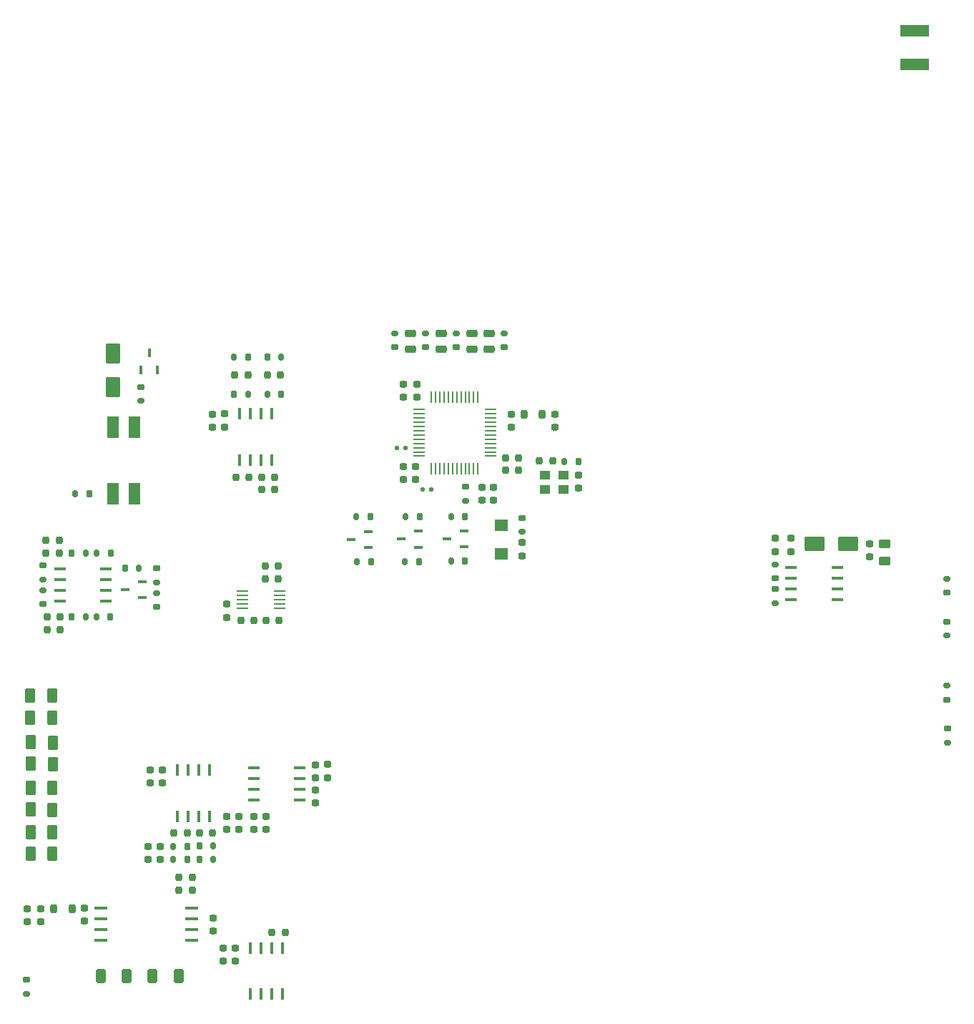
<source format=gbr>
%TF.GenerationSoftware,KiCad,Pcbnew,8.0.4*%
%TF.CreationDate,2024-10-07T12:26:18+07:00*%
%TF.ProjectId,PFC & LLC,50464320-2620-44c4-9c43-2e6b69636164,rev?*%
%TF.SameCoordinates,Original*%
%TF.FileFunction,Paste,Top*%
%TF.FilePolarity,Positive*%
%FSLAX46Y46*%
G04 Gerber Fmt 4.6, Leading zero omitted, Abs format (unit mm)*
G04 Created by KiCad (PCBNEW 8.0.4) date 2024-10-07 12:26:18*
%MOMM*%
%LPD*%
G01*
G04 APERTURE LIST*
G04 Aperture macros list*
%AMRoundRect*
0 Rectangle with rounded corners*
0 $1 Rounding radius*
0 $2 $3 $4 $5 $6 $7 $8 $9 X,Y pos of 4 corners*
0 Add a 4 corners polygon primitive as box body*
4,1,4,$2,$3,$4,$5,$6,$7,$8,$9,$2,$3,0*
0 Add four circle primitives for the rounded corners*
1,1,$1+$1,$2,$3*
1,1,$1+$1,$4,$5*
1,1,$1+$1,$6,$7*
1,1,$1+$1,$8,$9*
0 Add four rect primitives between the rounded corners*
20,1,$1+$1,$2,$3,$4,$5,0*
20,1,$1+$1,$4,$5,$6,$7,0*
20,1,$1+$1,$6,$7,$8,$9,0*
20,1,$1+$1,$8,$9,$2,$3,0*%
G04 Aperture macros list end*
%ADD10RoundRect,0.228383X0.445817X-0.308317X0.445817X0.308317X-0.445817X0.308317X-0.445817X-0.308317X0*%
%ADD11RoundRect,0.199600X0.224600X-0.199600X0.224600X0.199600X-0.224600X0.199600X-0.224600X-0.199600X0*%
%ADD12R,1.598400X1.398400*%
%ADD13RoundRect,0.199600X-0.199600X-0.224600X0.199600X-0.224600X0.199600X0.224600X-0.199600X0.224600X0*%
%ADD14R,1.066800X0.431800*%
%ADD15RoundRect,0.199600X-0.224600X0.199600X-0.224600X-0.199600X0.224600X-0.199600X0.224600X0.199600X0*%
%ADD16RoundRect,0.199600X0.199600X0.224600X-0.199600X0.224600X-0.199600X-0.224600X0.199600X-0.224600X0*%
%ADD17RoundRect,0.170600X0.244100X-0.170600X0.244100X0.170600X-0.244100X0.170600X-0.244100X-0.170600X0*%
%ADD18RoundRect,0.174600X0.249600X-0.174600X0.249600X0.174600X-0.249600X0.174600X-0.249600X-0.174600X0*%
%ADD19RoundRect,0.109600X-0.109600X-0.159600X0.109600X-0.159600X0.109600X0.159600X-0.109600X0.159600X0*%
%ADD20RoundRect,0.218350X-0.430850X0.218350X-0.430850X-0.218350X0.430850X-0.218350X0.430850X0.218350X0*%
%ADD21RoundRect,0.170600X-0.170600X-0.244100X0.170600X-0.244100X0.170600X0.244100X-0.170600X0.244100X0*%
%ADD22RoundRect,0.174600X-0.174600X-0.249600X0.174600X-0.249600X0.174600X0.249600X-0.174600X0.249600X0*%
%ADD23R,1.600200X0.457200*%
%ADD24R,3.408400X1.468400*%
%ADD25RoundRect,0.235889X0.613311X-0.963311X0.613311X0.963311X-0.613311X0.963311X-0.613311X-0.963311X0*%
%ADD26RoundRect,0.207128X0.402072X-0.647072X0.402072X0.647072X-0.402072X0.647072X-0.402072X-0.647072X0*%
%ADD27RoundRect,0.170600X-0.244100X0.170600X-0.244100X-0.170600X0.244100X-0.170600X0.244100X0.170600X0*%
%ADD28RoundRect,0.174600X-0.249600X0.174600X-0.249600X-0.174600X0.249600X-0.174600X0.249600X0.174600X0*%
%ADD29RoundRect,0.207128X-0.402072X0.647072X-0.402072X-0.647072X0.402072X-0.647072X0.402072X0.647072X0*%
%ADD30RoundRect,0.170600X0.170600X0.244100X-0.170600X0.244100X-0.170600X-0.244100X0.170600X-0.244100X0*%
%ADD31RoundRect,0.174600X0.174600X0.249600X-0.174600X0.249600X-0.174600X-0.249600X0.174600X-0.249600X0*%
%ADD32RoundRect,0.193350X0.193350X0.355850X-0.193350X0.355850X-0.193350X-0.355850X0.193350X-0.355850X0*%
%ADD33R,1.398400X2.648400*%
%ADD34RoundRect,0.230462X-0.368738X-0.593738X0.368738X-0.593738X0.368738X0.593738X-0.368738X0.593738X0*%
%ADD35R,1.298400X1.098400*%
%ADD36R,1.358900X0.431800*%
%ADD37R,0.431800X1.358900*%
%ADD38R,1.371600X0.177800*%
%ADD39R,0.177800X1.371600*%
%ADD40RoundRect,0.235889X0.963311X0.613311X-0.963311X0.613311X-0.963311X-0.613311X0.963311X-0.613311X0*%
%ADD41R,0.431800X1.066800*%
%ADD42RoundRect,0.049600X-0.624600X-0.049600X0.624600X-0.049600X0.624600X0.049600X-0.624600X0.049600X0*%
G04 APERTURE END LIST*
D10*
%TO.C,C35*%
X137337800Y-99908800D03*
X137337800Y-97833800D03*
%TD*%
D11*
%TO.C,C37*%
X42595800Y-142500000D03*
X42595800Y-140950000D03*
%TD*%
D12*
%TO.C,RESET*%
X91972400Y-95638800D03*
X91972400Y-99038800D03*
%TD*%
D13*
%TO.C,C95*%
X38169550Y-107993800D03*
X39719550Y-107993800D03*
%TD*%
D14*
%TO.C,Q6*%
X82105200Y-98250401D03*
X82105200Y-96350399D03*
X80073200Y-97300400D03*
%TD*%
D15*
%TO.C,C58*%
X69951600Y-123982800D03*
X69951600Y-125532800D03*
%TD*%
D16*
%TO.C,C63*%
X65570400Y-101974000D03*
X64020400Y-101974000D03*
%TD*%
D17*
%TO.C,R27*%
X144756400Y-121379600D03*
D18*
X144756400Y-119729600D03*
%TD*%
D11*
%TO.C,C99*%
X89636600Y-92716000D03*
X89636600Y-91166000D03*
%TD*%
D19*
%TO.C,R57*%
X79627000Y-86477399D03*
X80647000Y-86477399D03*
%TD*%
D11*
%TO.C,C100*%
X91052200Y-92716000D03*
X91052200Y-91166000D03*
%TD*%
%TO.C,C55*%
X60858400Y-131628800D03*
X60858400Y-130078800D03*
%TD*%
D16*
%TO.C,C67*%
X62674800Y-106952400D03*
X61124800Y-106952400D03*
%TD*%
D15*
%TO.C,C30*%
X124346600Y-97211200D03*
X124346600Y-98761200D03*
%TD*%
D20*
%TO.C,D13*%
X81164915Y-72944100D03*
X81164915Y-74819100D03*
%TD*%
D11*
%TO.C,C98*%
X80340200Y-90222800D03*
X80340200Y-88672800D03*
%TD*%
D21*
%TO.C,R1*%
X41515400Y-91943000D03*
D22*
X43165400Y-91943000D03*
%TD*%
D11*
%TO.C,C45*%
X59031100Y-147201450D03*
X59031100Y-145651450D03*
%TD*%
%TO.C,C56*%
X64109600Y-131628800D03*
X64109600Y-130078800D03*
%TD*%
D21*
%TO.C,R46*%
X74791200Y-94645200D03*
D22*
X76441200Y-94645200D03*
%TD*%
D17*
%TO.C,R42*%
X94423600Y-96423200D03*
D18*
X94423600Y-94773200D03*
%TD*%
D23*
%TO.C,U6*%
X44527700Y-140958800D03*
X44527700Y-142228800D03*
X44527700Y-143498800D03*
X44527700Y-144768800D03*
X55297300Y-144768800D03*
X55297300Y-143498800D03*
X55297300Y-142228800D03*
X55297300Y-140958800D03*
%TD*%
D24*
%TO.C,C22*%
X140893800Y-41151400D03*
X140893800Y-37117400D03*
%TD*%
D21*
%TO.C,R56*%
X44044500Y-98912400D03*
D22*
X45694500Y-98912400D03*
%TD*%
D11*
%TO.C,C76*%
X94437200Y-99256800D03*
X94437200Y-97706800D03*
%TD*%
D17*
%TO.C,R29*%
X124344800Y-104868600D03*
D18*
X124344800Y-103218600D03*
%TD*%
D25*
%TO.C,D1*%
X45991200Y-75309800D03*
X45991200Y-79309800D03*
%TD*%
D26*
%TO.C,C62*%
X38850700Y-123964400D03*
X38850700Y-121364400D03*
%TD*%
D27*
%TO.C,R28*%
X124346600Y-100298600D03*
D28*
X124346600Y-101948600D03*
%TD*%
D26*
%TO.C,C75*%
X38749100Y-118401800D03*
X38749100Y-115801800D03*
%TD*%
D21*
%TO.C,R31*%
X53099600Y-135209000D03*
D22*
X54749600Y-135209000D03*
%TD*%
D15*
%TO.C,C52*%
X50114200Y-133659000D03*
X50114200Y-135209000D03*
%TD*%
D11*
%TO.C,C51*%
X69951600Y-128504600D03*
X69951600Y-126954600D03*
%TD*%
D29*
%TO.C,C66*%
X36257100Y-131943600D03*
X36257100Y-134543600D03*
%TD*%
D16*
%TO.C,C104*%
X93988400Y-87682800D03*
X92438400Y-87682800D03*
%TD*%
D15*
%TO.C,C93*%
X80391000Y-78961000D03*
X80391000Y-80511000D03*
%TD*%
D30*
%TO.C,R3*%
X65899400Y-75724000D03*
D31*
X64249400Y-75724000D03*
%TD*%
D13*
%TO.C,C39*%
X53811100Y-138835800D03*
X55361100Y-138835800D03*
%TD*%
D14*
%TO.C,Q9*%
X49473150Y-104244801D03*
X49473150Y-102344799D03*
X47441150Y-103294800D03*
%TD*%
D13*
%TO.C,C4*%
X60540600Y-89985200D03*
X62090600Y-89985200D03*
%TD*%
%TO.C,C40*%
X53811100Y-137339600D03*
X55361100Y-137339600D03*
%TD*%
D20*
%TO.C,D10*%
X90500200Y-72944100D03*
X90500200Y-74819100D03*
%TD*%
D32*
%TO.C,FB2*%
X96795100Y-82517600D03*
X94670100Y-82517600D03*
%TD*%
D26*
%TO.C,C73*%
X36183700Y-118401800D03*
X36183700Y-115801800D03*
%TD*%
D16*
%TO.C,C48*%
X57773000Y-132098400D03*
X56223000Y-132098400D03*
%TD*%
D11*
%TO.C,C34*%
X135534400Y-99383800D03*
X135534400Y-97833800D03*
%TD*%
D33*
%TO.C,U1*%
X45991200Y-91948600D03*
X48531200Y-91948600D03*
X48531200Y-84078600D03*
X45991200Y-84078600D03*
%TD*%
D34*
%TO.C,R33*%
X50673300Y-148959800D03*
X53773300Y-148959800D03*
%TD*%
D21*
%TO.C,R55*%
X44000350Y-106507000D03*
D22*
X45650350Y-106507000D03*
%TD*%
D20*
%TO.C,D11*%
X88453143Y-72944100D03*
X88453143Y-74819100D03*
%TD*%
D32*
%TO.C,FB1*%
X41118300Y-141013800D03*
X38993300Y-141013800D03*
%TD*%
D11*
%TO.C,C42*%
X35814000Y-142563800D03*
X35814000Y-141013800D03*
%TD*%
D15*
%TO.C,C94*%
X81940400Y-78961000D03*
X81940400Y-80511000D03*
%TD*%
D21*
%TO.C,R35*%
X53099600Y-133634200D03*
D22*
X54749600Y-133634200D03*
%TD*%
D21*
%TO.C,R44*%
X80620200Y-94619800D03*
D22*
X82270200Y-94619800D03*
%TD*%
D27*
%TO.C,R51*%
X51174950Y-103676800D03*
D28*
X51174950Y-105326800D03*
%TD*%
D30*
%TO.C,R5*%
X61963200Y-80116400D03*
D31*
X60313200Y-80116400D03*
%TD*%
D15*
%TO.C,C31*%
X126282450Y-97211200D03*
X126282450Y-98761200D03*
%TD*%
D30*
%TO.C,R54*%
X42747300Y-98914200D03*
D31*
X41097300Y-98914200D03*
%TD*%
D29*
%TO.C,C65*%
X36257100Y-126685800D03*
X36257100Y-129285800D03*
%TD*%
D13*
%TO.C,C49*%
X53199600Y-132098400D03*
X54749600Y-132098400D03*
%TD*%
D29*
%TO.C,C68*%
X38822500Y-126711200D03*
X38822500Y-129311200D03*
%TD*%
D13*
%TO.C,C103*%
X38055250Y-98951400D03*
X39605250Y-98951400D03*
%TD*%
D15*
%TO.C,C50*%
X51612800Y-133659000D03*
X51612800Y-135209000D03*
%TD*%
D30*
%TO.C,R30*%
X57873000Y-135210800D03*
D31*
X56223000Y-135210800D03*
%TD*%
D17*
%TO.C,R26*%
X144703800Y-108705000D03*
D18*
X144703800Y-107055000D03*
%TD*%
D34*
%TO.C,R34*%
X44527100Y-148959800D03*
X47627100Y-148959800D03*
%TD*%
D11*
%TO.C,C64*%
X59410600Y-106533600D03*
X59410600Y-104983600D03*
%TD*%
D21*
%TO.C,R2*%
X60313200Y-75724000D03*
D22*
X61963200Y-75724000D03*
%TD*%
D30*
%TO.C,R53*%
X42742150Y-106508800D03*
D31*
X41092150Y-106508800D03*
%TD*%
D35*
%TO.C,Y1*%
X97088600Y-91431200D03*
X99288600Y-91431200D03*
X99288600Y-89731200D03*
X97088600Y-89731200D03*
%TD*%
D21*
%TO.C,R48*%
X85992600Y-99903000D03*
D22*
X87642600Y-99903000D03*
%TD*%
D16*
%TO.C,C102*%
X93988400Y-89132800D03*
X92438400Y-89132800D03*
%TD*%
D17*
%TO.C,R4*%
X49316599Y-80953800D03*
D18*
X49316599Y-79303800D03*
%TD*%
D13*
%TO.C,C81*%
X96465200Y-88063000D03*
X98015200Y-88063000D03*
%TD*%
D21*
%TO.C,R49*%
X74892800Y-99953800D03*
D22*
X76542800Y-99953800D03*
%TD*%
D27*
%TO.C,R40*%
X79342858Y-72944100D03*
D28*
X79342858Y-74594100D03*
%TD*%
D20*
%TO.C,D12*%
X84809029Y-72944100D03*
X84809029Y-74819100D03*
%TD*%
D21*
%TO.C,R47*%
X80569400Y-99928400D03*
D22*
X82219400Y-99928400D03*
%TD*%
D13*
%TO.C,C97*%
X38169550Y-106495200D03*
X39719550Y-106495200D03*
%TD*%
D11*
%TO.C,C96*%
X81762600Y-90222800D03*
X81762600Y-88672800D03*
%TD*%
D14*
%TO.C,Q7*%
X87528400Y-98225001D03*
X87528400Y-96324999D03*
X85496400Y-97275000D03*
%TD*%
%TO.C,Q8*%
X76200000Y-98275801D03*
X76200000Y-96375799D03*
X74168000Y-97325800D03*
%TD*%
D36*
%TO.C,U12*%
X45167550Y-104590200D03*
X45167550Y-103320200D03*
X45167550Y-102050200D03*
X45167550Y-100780200D03*
X39719250Y-100780200D03*
X39719250Y-102050200D03*
X39719250Y-103320200D03*
X39719250Y-104590200D03*
%TD*%
D37*
%TO.C,U8*%
X53619400Y-130072750D03*
X54889400Y-130072750D03*
X56159400Y-130072750D03*
X57429400Y-130072750D03*
X57429400Y-124624450D03*
X56159400Y-124624450D03*
X54889400Y-124624450D03*
X53619400Y-124624450D03*
%TD*%
D17*
%TO.C,R50*%
X51186750Y-102393000D03*
D18*
X51186750Y-100743000D03*
%TD*%
D11*
%TO.C,C6*%
X59207400Y-84029200D03*
X59207400Y-82479200D03*
%TD*%
%TO.C,C46*%
X57874500Y-143689600D03*
X57874500Y-142139600D03*
%TD*%
D27*
%TO.C,R60*%
X37705400Y-103320200D03*
D28*
X37705400Y-104970200D03*
%TD*%
D27*
%TO.C,R25*%
X144705600Y-114649600D03*
D28*
X144705600Y-116299600D03*
%TD*%
D17*
%TO.C,R36*%
X35776500Y-151105200D03*
D18*
X35776500Y-149455200D03*
%TD*%
D16*
%TO.C,C47*%
X66346900Y-143829000D03*
X64796900Y-143829000D03*
%TD*%
D15*
%TO.C,C57*%
X51841400Y-124567000D03*
X51841400Y-126117000D03*
%TD*%
D17*
%TO.C,R61*%
X37705400Y-102050200D03*
D18*
X37705400Y-100400200D03*
%TD*%
D38*
%TO.C,U11*%
X90652600Y-87477400D03*
X90652600Y-86977401D03*
X90652600Y-86477399D03*
X90652600Y-85977400D03*
X90652600Y-85477401D03*
X90652600Y-84977400D03*
X90652600Y-84477400D03*
X90652600Y-83977399D03*
X90652600Y-83477400D03*
X90652600Y-82977401D03*
X90652600Y-82477399D03*
X90652600Y-81977400D03*
D39*
X89186200Y-80511000D03*
X88686201Y-80511000D03*
X88186199Y-80511000D03*
X87686200Y-80511000D03*
X87186201Y-80511000D03*
X86686200Y-80511000D03*
X86186200Y-80511000D03*
X85686199Y-80511000D03*
X85186200Y-80511000D03*
X84686201Y-80511000D03*
X84186199Y-80511000D03*
X83686200Y-80511000D03*
D38*
X82219800Y-81977400D03*
X82219800Y-82477399D03*
X82219800Y-82977401D03*
X82219800Y-83477400D03*
X82219800Y-83977399D03*
X82219800Y-84477400D03*
X82219800Y-84977400D03*
X82219800Y-85477401D03*
X82219800Y-85977400D03*
X82219800Y-86477399D03*
X82219800Y-86977401D03*
X82219800Y-87477400D03*
D39*
X83686200Y-88943800D03*
X84186199Y-88943800D03*
X84686201Y-88943800D03*
X85186200Y-88943800D03*
X85686199Y-88943800D03*
X86186200Y-88943800D03*
X86686200Y-88943800D03*
X87186201Y-88943800D03*
X87686200Y-88943800D03*
X88186199Y-88943800D03*
X88686201Y-88943800D03*
X89186200Y-88943800D03*
%TD*%
D26*
%TO.C,C61*%
X36259900Y-123888200D03*
X36259900Y-121288200D03*
%TD*%
D36*
%TO.C,U5*%
X126282450Y-100678600D03*
X126282450Y-101948600D03*
X126282450Y-103218600D03*
X126282450Y-104488600D03*
X131730750Y-104488600D03*
X131730750Y-103218600D03*
X131730750Y-101948600D03*
X131730750Y-100678600D03*
%TD*%
D11*
%TO.C,C10*%
X57734200Y-84054600D03*
X57734200Y-82504600D03*
%TD*%
D17*
%TO.C,R41*%
X87718000Y-92740200D03*
D18*
X87718000Y-91090200D03*
%TD*%
D21*
%TO.C,R43*%
X99438200Y-88074800D03*
D22*
X101088200Y-88074800D03*
%TD*%
D21*
%TO.C,R45*%
X86018000Y-94594400D03*
D22*
X87668000Y-94594400D03*
%TD*%
D37*
%TO.C,U7*%
X62256900Y-151099750D03*
X63526900Y-151099750D03*
X64796900Y-151099750D03*
X66066900Y-151099750D03*
X66066900Y-145651450D03*
X64796900Y-145651450D03*
X63526900Y-145651450D03*
X62256900Y-145651450D03*
%TD*%
D13*
%TO.C,C101*%
X38055250Y-97452800D03*
X39605250Y-97452800D03*
%TD*%
D11*
%TO.C,C86*%
X93116400Y-84067600D03*
X93116400Y-82517600D03*
%TD*%
%TO.C,C43*%
X37415700Y-142563800D03*
X37415700Y-141013800D03*
%TD*%
D16*
%TO.C,C69*%
X65570400Y-100475400D03*
X64020400Y-100475400D03*
%TD*%
D30*
%TO.C,R52*%
X49053150Y-100743000D03*
D31*
X47403150Y-100743000D03*
%TD*%
D11*
%TO.C,C53*%
X59436000Y-131628800D03*
X59436000Y-130078800D03*
%TD*%
D19*
%TO.C,R58*%
X82666200Y-91454400D03*
X83686200Y-91454400D03*
%TD*%
D16*
%TO.C,C2*%
X61963200Y-77869400D03*
X60413200Y-77869400D03*
%TD*%
D21*
%TO.C,R6*%
X64249400Y-80116400D03*
D22*
X65899400Y-80116400D03*
%TD*%
D11*
%TO.C,C44*%
X60478900Y-147201450D03*
X60478900Y-145651450D03*
%TD*%
D13*
%TO.C,C3*%
X64249400Y-77869400D03*
X65799400Y-77869400D03*
%TD*%
D40*
%TO.C,D6*%
X129013200Y-97833800D03*
X133013200Y-97833800D03*
%TD*%
D11*
%TO.C,C54*%
X62655450Y-131628800D03*
X62655450Y-130078800D03*
%TD*%
D15*
%TO.C,C59*%
X50368200Y-124567000D03*
X50368200Y-126117000D03*
%TD*%
D30*
%TO.C,R32*%
X57873000Y-133610600D03*
D31*
X56223000Y-133610600D03*
%TD*%
D27*
%TO.C,R39*%
X82986972Y-72944100D03*
D28*
X82986972Y-74594100D03*
%TD*%
D16*
%TO.C,C11*%
X65138600Y-91407600D03*
X63588600Y-91407600D03*
%TD*%
D15*
%TO.C,C80*%
X101075600Y-89701000D03*
X101075600Y-91251000D03*
%TD*%
D36*
%TO.C,U9*%
X62655450Y-124351400D03*
X62655450Y-125621400D03*
X62655450Y-126891400D03*
X62655450Y-128161400D03*
X68103750Y-128161400D03*
X68103750Y-126891400D03*
X68103750Y-125621400D03*
X68103750Y-124351400D03*
%TD*%
D13*
%TO.C,C71*%
X64096600Y-106952400D03*
X65646600Y-106952400D03*
%TD*%
D37*
%TO.C,U2*%
X64770000Y-82460450D03*
X63500000Y-82460450D03*
X62230000Y-82460450D03*
X60960000Y-82460450D03*
X60960000Y-87908750D03*
X62230000Y-87908750D03*
X63500000Y-87908750D03*
X64770000Y-87908750D03*
%TD*%
D27*
%TO.C,R24*%
X144705600Y-101975000D03*
D28*
X144705600Y-103625000D03*
%TD*%
D27*
%TO.C,R38*%
X86631086Y-72944100D03*
D28*
X86631086Y-74594100D03*
%TD*%
D29*
%TO.C,C70*%
X38822500Y-131943600D03*
X38822500Y-134543600D03*
%TD*%
D16*
%TO.C,C7*%
X65138600Y-89985200D03*
X63588600Y-89985200D03*
%TD*%
D27*
%TO.C,R37*%
X92322258Y-72944100D03*
D28*
X92322258Y-74594100D03*
%TD*%
D41*
%TO.C,Q1*%
X49316599Y-77310600D03*
X51216601Y-77310600D03*
X50266600Y-75278600D03*
%TD*%
D11*
%TO.C,C85*%
X98323400Y-84067600D03*
X98323400Y-82517600D03*
%TD*%
D15*
%TO.C,C60*%
X71348600Y-123957400D03*
X71348600Y-125507400D03*
%TD*%
D42*
%TO.C,U10*%
X61274600Y-103463200D03*
X61274600Y-103963200D03*
X61274600Y-104463200D03*
X61274600Y-104963200D03*
X61274600Y-105463200D03*
X65674600Y-105463200D03*
X65674600Y-104963200D03*
X65674600Y-104463200D03*
X65674600Y-103963200D03*
X65674600Y-103463200D03*
%TD*%
M02*

</source>
